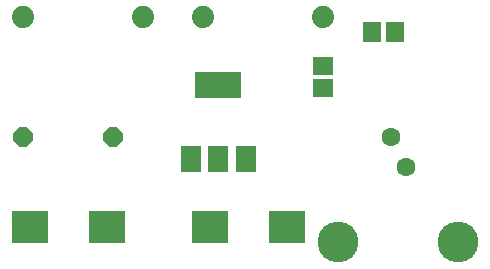
<source format=gbr>
G04 EAGLE Gerber RS-274X export*
G75*
%MOMM*%
%FSLAX34Y34*%
%LPD*%
%INSoldermask Top*%
%IPPOS*%
%AMOC8*
5,1,8,0,0,1.08239X$1,22.5*%
G01*
%ADD10P,1.759533X8X22.500000*%
%ADD11R,3.103200X2.703200*%
%ADD12C,1.879600*%
%ADD13R,1.703200X2.203200*%
%ADD14R,4.003200X2.203200*%
%ADD15R,1.503200X1.803200*%
%ADD16R,1.803200X1.503200*%
%ADD17C,1.600200*%
%ADD18C,3.454400*%


D10*
X50800Y127000D03*
X127000Y127000D03*
D11*
X273800Y50800D03*
X208800Y50800D03*
X121400Y50800D03*
X56400Y50800D03*
D12*
X304800Y228600D03*
X203200Y228600D03*
X152400Y228600D03*
X50800Y228600D03*
D13*
X192900Y108200D03*
X215900Y108200D03*
X238900Y108200D03*
D14*
X215900Y171200D03*
D15*
X346100Y215900D03*
X365100Y215900D03*
D16*
X304800Y168300D03*
X304800Y187300D03*
D17*
X374650Y101600D03*
X361950Y127000D03*
D18*
X317500Y38100D03*
X419100Y38100D03*
M02*

</source>
